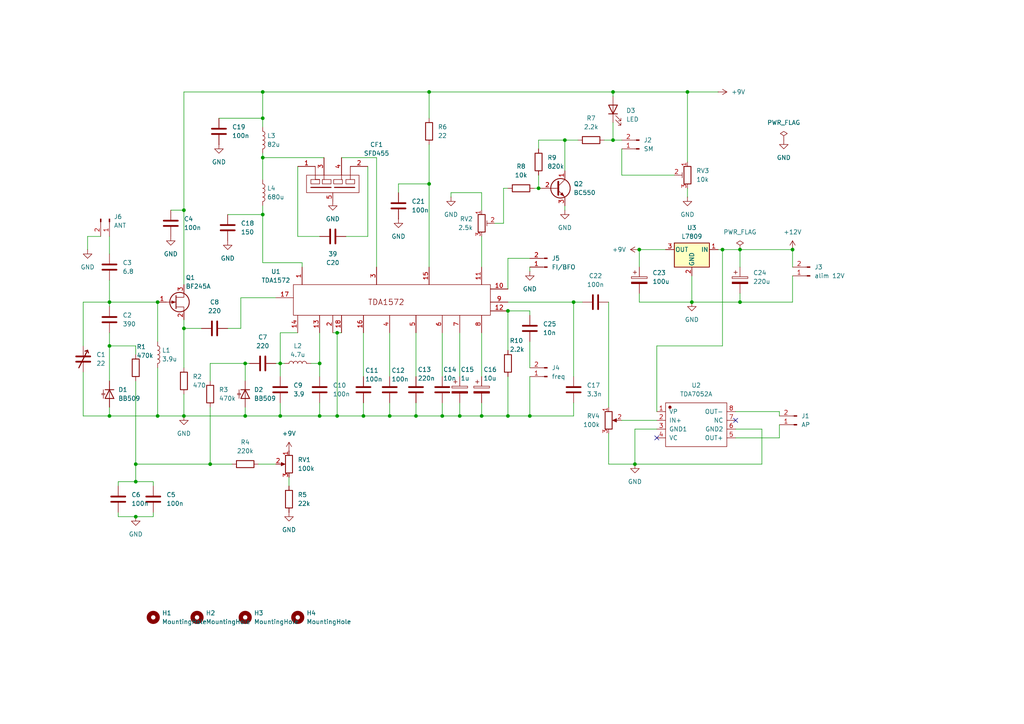
<source format=kicad_sch>
(kicad_sch (version 20231120) (generator "eeschema") (generator_version "8.0")
  (paper "A4")
  (lib_symbols
    (symbol "Connector:Conn_01x02_Pin" (pin_names (offset 1.016) hide)
      (property "Reference" "J" (at 0 2.54 0))
      (property "Value" "Conn_01x02_Pin" (at 0 -5.08 0))
      (symbol "Conn_01x02_Pin_1_1"
        (polyline (pts (xy 1.27 -2.54) (xy 0.8636 -2.54)) (stroke (width 0.1524)))
        (polyline (pts (xy 1.27 0) (xy 0.8636 0)) (stroke (width 0.1524)))
        (rectangle (start 0.8636 -2.413) (end 0 -2.667) (stroke (width 0.1524)) (fill (type outline)))
        (rectangle (start 0.8636 0.127) (end 0 -0.127) (stroke (width 0.1524)) (fill (type outline)))
        (pin passive line (at 5.08 0 180) (length 3.81) (name "Pin_1") (number "1"))
        (pin passive line (at 5.08 -2.54 180) (length 3.81) (name "Pin_2") (number "2"))
      )
    )
    (symbol "Device:C" (pin_numbers hide) (pin_names (offset 0.254))
      (property "Reference" "C" (at 0.635 2.54 0))
      (property "Value" "C" (at 0.635 -2.54 0))
      (symbol "C_0_1"
        (polyline (pts (xy -2.032 -0.762) (xy 2.032 -0.762)) (stroke (width 0.508)))
        (polyline (pts (xy -2.032 0.762) (xy 2.032 0.762)) (stroke (width 0.508)))
      )
      (symbol "C_1_1"
        (pin passive line (at 0 3.81 270) (length 2.794) (name "~") (number "1"))
        (pin passive line (at 0 -3.81 90) (length 2.794) (name "~") (number "2"))
      )
    )
    (symbol "Device:C_Polarized" (pin_numbers hide) (pin_names (offset 0.254))
      (property "Reference" "C" (at 0.635 2.54 0))
      (property "Value" "C_Polarized" (at 0.635 -2.54 0))
      (symbol "C_Polarized_0_1"
        (rectangle (start -2.286 0.508) (end 2.286 1.016))
        (polyline (pts (xy -1.778 2.286) (xy -0.762 2.286)))
        (polyline (pts (xy -1.27 2.794) (xy -1.27 1.778)))
        (rectangle (start 2.286 -0.508) (end -2.286 -1.016) (fill (type outline)))
      )
      (symbol "C_Polarized_1_1"
        (pin passive line (at 0 3.81 270) (length 2.794) (name "~") (number "1"))
        (pin passive line (at 0 -3.81 90) (length 2.794) (name "~") (number "2"))
      )
    )
    (symbol "Device:C_Variable" (pin_numbers hide) (pin_names (offset 0.254) hide)
      (property "Reference" "C" (at 0.635 -1.905 0))
      (property "Value" "C_Variable" (at 0.635 -3.81 0))
      (symbol "C_Variable_0_1"
        (polyline (pts (xy -2.032 -0.762) (xy 2.032 -0.762)) (stroke (width 0.508)))
        (polyline (pts (xy -2.032 0.762) (xy 2.032 0.762)) (stroke (width 0.508)))
        (polyline (pts (xy 1.27 2.54) (xy -1.27 -2.54)) (stroke (width 0.3048)))
        (polyline (pts (xy 1.27 2.54) (xy 0.508 2.286)) (stroke (width 0.3048)))
        (polyline (pts (xy 1.27 2.54) (xy 1.524 1.778)) (stroke (width 0.3048)))
      )
      (symbol "C_Variable_1_1"
        (pin passive line (at 0 3.81 270) (length 3.048) (name "~") (number "1"))
        (pin passive line (at 0 -3.81 90) (length 3.048) (name "~") (number "2"))
      )
    )
    (symbol "Device:D_Capacitance" (pin_numbers hide) (pin_names (offset 1.016) hide)
      (property "Reference" "D" (at 0 2.54 0))
      (property "Value" "D_Capacitance" (at 0 -3.302 0))
      (symbol "D_Capacitance_0_1"
        (polyline (pts (xy -1.27 -1.778) (xy -0.1524 -1.778)))
        (polyline (pts (xy -1.27 0) (xy 1.27 0)))
        (polyline (pts (xy -1.27 1.27) (xy -1.27 -1.27)) (stroke (width 0.254)))
        (polyline (pts (xy -0.1524 -1.27) (xy -0.1524 -2.286)))
        (polyline (pts (xy 0.1524 -1.778) (xy 1.27 -1.778)))
        (polyline (pts (xy 0.1524 -1.27) (xy 0.1524 -2.286)))
        (polyline (pts (xy 1.27 1.27) (xy 1.27 -1.27) (xy -1.27 0) (xy 1.27 1.27)) (stroke (width 0.254)))
      )
      (symbol "D_Capacitance_1_1"
        (pin passive line (at -3.81 0 0) (length 2.54) (name "K") (number "1"))
        (pin passive line (at 3.81 0 180) (length 2.54) (name "A") (number "2"))
      )
    )
    (symbol "Device:L" (pin_numbers hide) (pin_names (offset 1.016) hide)
      (property "Reference" "L" (at -1.27 0 90))
      (property "Value" "L" (at 1.905 0 90))
      (symbol "L_0_1"
        (arc (start 0 -2.54) (mid 0.6323 -1.905) (end 0 -1.27))
        (arc (start 0 -1.27) (mid 0.6323 -0.635) (end 0 0))
        (arc (start 0 0) (mid 0.6323 0.635) (end 0 1.27))
        (arc (start 0 1.27) (mid 0.6323 1.905) (end 0 2.54))
      )
      (symbol "L_1_1"
        (pin passive line (at 0 3.81 270) (length 1.27) (name "1") (number "1"))
        (pin passive line (at 0 -3.81 90) (length 1.27) (name "2") (number "2"))
      )
    )
    (symbol "Device:LED" (pin_numbers hide) (pin_names (offset 1.016) hide)
      (property "Reference" "D" (at 0 2.54 0))
      (property "Value" "LED" (at 0 -2.54 0))
      (symbol "LED_0_1"
        (polyline (pts (xy -1.27 -1.27) (xy -1.27 1.27)) (stroke (width 0.254)))
        (polyline (pts (xy -1.27 0) (xy 1.27 0)))
        (polyline (pts (xy 1.27 -1.27) (xy 1.27 1.27) (xy -1.27 0) (xy 1.27 -1.27)) (stroke (width 0.254)))
        (polyline (pts (xy -3.048 -0.762) (xy -4.572 -2.286) (xy -3.81 -2.286) (xy -4.572 -2.286) (xy -4.572 -1.524)))
        (polyline (pts (xy -1.778 -0.762) (xy -3.302 -2.286) (xy -2.54 -2.286) (xy -3.302 -2.286) (xy -3.302 -1.524)))
      )
      (symbol "LED_1_1"
        (pin passive line (at -3.81 0 0) (length 2.54) (name "K") (number "1"))
        (pin passive line (at 3.81 0 180) (length 2.54) (name "A") (number "2"))
      )
    )
    (symbol "Device:R" (pin_numbers hide) (pin_names (offset 0))
      (property "Reference" "R" (at 2.032 0 90))
      (property "Value" "R" (at 0 0 90))
      (symbol "R_0_1"
        (rectangle (start -1.016 -2.54) (end 1.016 2.54) (stroke (width 0.254)))
      )
      (symbol "R_1_1"
        (pin passive line (at 0 3.81 270) (length 1.27) (name "~") (number "1"))
        (pin passive line (at 0 -3.81 90) (length 1.27) (name "~") (number "2"))
      )
    )
    (symbol "Device:R_Potentiometer" (pin_names (offset 1.016) hide)
      (property "Reference" "RV" (at -4.445 0 90))
      (property "Value" "R_Potentiometer" (at -2.54 0 90))
      (symbol "R_Potentiometer_0_1"
        (polyline (pts (xy 2.54 0) (xy 1.524 0)))
        (polyline (pts (xy 1.143 0) (xy 2.286 0.508) (xy 2.286 -0.508) (xy 1.143 0)) (fill (type outline)))
        (rectangle (start 1.016 2.54) (end -1.016 -2.54) (stroke (width 0.254)))
      )
      (symbol "R_Potentiometer_1_1"
        (pin passive line (at 0 3.81 270) (length 1.27) (name "1") (number "1"))
        (pin passive line (at 3.81 0 180) (length 1.27) (name "2") (number "2"))
        (pin passive line (at 0 -3.81 90) (length 1.27) (name "3") (number "3"))
      )
    )
    (symbol "Device:R_Potentiometer_Trim" (pin_names (offset 1.016) hide)
      (property "Reference" "RV" (at -4.445 0 90))
      (property "Value" "R_Potentiometer_Trim" (at -2.54 0 90))
      (symbol "R_Potentiometer_Trim_0_1"
        (polyline (pts (xy 1.524 0.762) (xy 1.524 -0.762)))
        (polyline (pts (xy 2.54 0) (xy 1.524 0)))
        (rectangle (start 1.016 2.54) (end -1.016 -2.54) (stroke (width 0.254)))
      )
      (symbol "R_Potentiometer_Trim_1_1"
        (pin passive line (at 0 3.81 270) (length 1.27) (name "1") (number "1"))
        (pin passive line (at 3.81 0 180) (length 1.27) (name "2") (number "2"))
        (pin passive line (at 0 -3.81 90) (length 1.27) (name "3") (number "3"))
      )
    )
    (symbol "Mechanical:MountingHole" (pin_names (offset 1.016)) (exclude_from_sim yes) (in_bom no)
      (property "Reference" "H" (at 0 5.08 0))
      (property "Value" "MountingHole" (at 0 3.175 0))
      (symbol "MountingHole_0_1"
        (circle (center 0 0) (radius 1.27) (stroke (width 1.27)))
      )
    )
    (symbol "Regulator_Linear:L7809" (pin_names (offset 0.254))
      (property "Reference" "U" (at -3.81 3.175 0))
      (property "Value" "L7809" (at 0 3.175 0))
      (symbol "L7809_0_1"
        (rectangle (start -5.08 1.905) (end 5.08 -5.08) (stroke (width 0.254)) (fill (type background)))
      )
      (symbol "L7809_1_1"
        (pin power_in line (at -7.62 0 0) (length 2.54) (name "IN") (number "1"))
        (pin power_in line (at 0 -7.62 90) (length 2.54) (name "GND") (number "2"))
        (pin power_out line (at 7.62 0 180) (length 2.54) (name "OUT") (number "3"))
      )
    )
    (symbol "Transistor_BJT:BC550" (pin_names (offset 0) hide)
      (property "Reference" "Q" (at 5.08 1.905 0))
      (property "Value" "BC550" (at 5.08 0 0))
      (symbol "BC550_0_1"
        (polyline (pts (xy 0 0) (xy 0.635 0)))
        (polyline (pts (xy 0.635 0.635) (xy 2.54 2.54)))
        (polyline (pts (xy 0.635 -0.635) (xy 2.54 -2.54) (xy 2.54 -2.54)))
        (polyline (pts (xy 0.635 1.905) (xy 0.635 -1.905) (xy 0.635 -1.905)) (stroke (width 0.508)))
        (polyline (pts (xy 1.27 -1.778) (xy 1.778 -1.27) (xy 2.286 -2.286) (xy 1.27 -1.778) (xy 1.27 -1.778)) (fill (type outline)))
        (circle (center 1.27 0) (radius 2.8194) (stroke (width 0.254)))
      )
      (symbol "BC550_1_1"
        (pin passive line (at 2.54 5.08 270) (length 2.54) (name "C") (number "1"))
        (pin input line (at -5.08 0 0) (length 5.08) (name "B") (number "2"))
        (pin passive line (at 2.54 -5.08 90) (length 2.54) (name "E") (number "3"))
      )
    )
    (symbol "Transistor_FET:BF245A" (pin_names hide)
      (property "Reference" "Q" (at 5.08 1.905 0))
      (property "Value" "BF245A" (at 5.08 0 0))
      (symbol "BF245A_0_1"
        (polyline (pts (xy 0.254 0) (xy -2.54 0)))
        (polyline (pts (xy 0.254 1.905) (xy 0.254 -1.905)) (stroke (width 0.254)))
        (polyline (pts (xy 2.54 -2.54) (xy 2.54 -1.397) (xy 0.254 -1.397)))
        (polyline (pts (xy 2.54 2.54) (xy 2.54 1.397) (xy 0.254 1.397)))
        (polyline (pts (xy 0 0) (xy -1.016 0.381) (xy -1.016 -0.381) (xy 0 0)) (fill (type outline)))
        (circle (center 1.27 0) (radius 2.8194) (stroke (width 0.254)))
      )
      (symbol "BF245A_1_1"
        (pin input line (at -5.08 0 0) (length 2.54) (name "G") (number "1"))
        (pin passive line (at 2.54 -5.08 90) (length 2.54) (name "S") (number "2"))
        (pin passive line (at 2.54 5.08 270) (length 2.54) (name "D") (number "3"))
      )
    )
    (symbol "kicad_Filtri455_1:SFD455" (pin_names (offset 1.016) hide)
      (property "Reference" "CF" (at 0 15.494 0))
      (property "Value" "SFD455" (at 0 20.574 0))
      (symbol "SFD455_1_1"
        (rectangle (start -7.62 7.62) (end 7.62 2.54) (stroke (width 0.1524)))
        (rectangle (start -6.35 6.35) (end -3.81 5.08) (stroke (width 0.1524)))
        (rectangle (start -3.048 6.35) (end -0.508 5.08) (stroke (width 0.1524)))
        (polyline (pts (xy -6.35 4.064) (xy -0.508 4.064)) (stroke (width 0.3048)))
        (polyline (pts (xy -2.54 7.62) (xy -2.54 6.35)) (stroke (width 0.1524)))
        (polyline (pts (xy 0.508 4.064) (xy 6.35 4.064)) (stroke (width 0.3048)))
        (polyline (pts (xy 2.54 7.62) (xy 2.54 6.35)) (stroke (width 0.1524)))
        (polyline (pts (xy 5.08 10.16) (xy 5.08 6.35)) (stroke (width 0.1524)))
        (polyline (pts (xy -5.08 10.16) (xy -5.08 6.35) (xy -3.81 6.35)) (stroke (width 0.1524)))
        (rectangle (start 0.254 6.35) (end 2.794 5.08) (stroke (width 0.1524)))
        (rectangle (start 3.81 6.35) (end 6.35 5.08) (stroke (width 0.1524)))
        (pin input line (at -10.16 10.16 0) (length 5.08) (name "IN") (number "1"))
        (pin input line (at 10.16 10.16 180) (length 5.08) (name "OUT") (number "2"))
        (pin input line (at -2.54 12.7 270) (length 5.08) (name "Ca") (number "3"))
        (pin input line (at 2.54 12.7 270) (length 5.08) (name "Cb") (number "4"))
        (pin input line (at 0 0 90) (length 2.54) (name "COMUN") (number "5"))
      )
    )
    (symbol "kicad_TDA1572:TDA1572" (pin_names (offset 1.016) hide)
      (property "Reference" "U1" (at -35.56 7.5886 0))
      (property "Value" "TDA1572" (at -35.56 5.0486 0))
      (symbol "TDA1572_1_1"
        (rectangle (start -30.48 3.81) (end 26.67 -5.08) (stroke (width 0.1524)))
        (text "TDA1572" (at -8.89 -1.27 0) (effects (font (size 1.6256 1.6256)) (justify left)))
        (pin input line (at -27.94 8.89 270) (length 5.08) (name "1") (number "1"))
        (pin input line (at 31.75 2.54 180) (length 5.08) (name "10") (number "10"))
        (pin input line (at 24.13 8.89 270) (length 5.08) (name "11") (number "11"))
        (pin input line (at 31.75 -3.81 180) (length 5.08) (name "12") (number "12"))
        (pin input line (at -22.86 -10.16 90) (length 5.08) (name "13") (number "13"))
        (pin input line (at -29.21 -10.16 90) (length 5.08) (name "14") (number "14"))
        (pin input line (at 8.89 8.89 270) (length 5.08) (name "15") (number "15"))
        (pin input line (at -10.16 -10.16 90) (length 5.08) (name "16") (number "16"))
        (pin input line (at -35.56 0 0) (length 5.08) (name "17") (number "17"))
        (pin input line (at -16.51 -10.16 90) (length 5.08) (name "18") (number "18"))
        (pin input line (at -19.05 -10.16 90) (length 5.08) (name "2") (number "2"))
        (pin input line (at -6.35 8.89 270) (length 5.08) (name "3") (number "3"))
        (pin input line (at -2.54 -10.16 90) (length 5.08) (name "4") (number "4"))
        (pin input line (at 5.08 -10.16 90) (length 5.08) (name "5") (number "5"))
        (pin input line (at 12.7 -10.16 90) (length 5.08) (name "6") (number "6"))
        (pin input line (at 17.78 -10.16 90) (length 5.08) (name "7") (number "7"))
        (pin input line (at 24.13 -10.16 90) (length 5.08) (name "8") (number "8"))
        (pin input line (at 31.75 -1.27 180) (length 5.08) (name "9") (number "9"))
      )
    )
    (symbol "kicad_TDA1572:TDA7052A" (pin_names (offset 1.016))
      (property "Reference" "U" (at 0 8.89 0))
      (property "Value" "TDA7052A" (at 0 13.97 0))
      (symbol "TDA7052A_1_1"
        (rectangle (start -8.89 6.35) (end 8.89 -6.35) (stroke (width 0.1524)))
        (circle (center -7.62 5.08) (radius 0.381) (stroke (width 0.1524)) (fill (type outline)))
        (pin input line (at -11.43 3.81 0) (length 2.54) (name "VP") (number "1"))
        (pin input line (at -11.43 1.27 0) (length 2.54) (name "IN+") (number "2"))
        (pin input line (at -11.43 -1.27 0) (length 2.54) (name "GND1") (number "3"))
        (pin input line (at -11.43 -3.81 0) (length 2.54) (name "VC") (number "4"))
        (pin input line (at 11.43 -3.81 180) (length 2.54) (name "OUT+") (number "5"))
        (pin input line (at 11.43 -1.27 180) (length 2.54) (name "GND2") (number "6"))
        (pin input line (at 11.43 1.27 180) (length 2.54) (name "NC") (number "7"))
        (pin input line (at 11.43 3.81 180) (length 2.54) (name "OUT-") (number "8"))
      )
    )
    (symbol "power:+12V" (power) (pin_numbers hide) (pin_names (offset 0) hide)
      (property "Value" "+12V" (at 0 3.556 0))
      (symbol "+12V_0_1"
        (polyline (pts (xy -0.762 1.27) (xy 0 2.54)))
        (polyline (pts (xy 0 0) (xy 0 2.54)))
        (polyline (pts (xy 0 2.54) (xy 0.762 1.27)))
      )
      (symbol "+12V_1_1"
        (pin power_in line (at 0 0 90) (length 0) (name "~") (number "1"))
      )
    )
    (symbol "power:+9V" (power) (pin_numbers hide) (pin_names (offset 0) hide)
      (property "Value" "+9V" (at 0 3.556 0))
      (symbol "+9V_0_1"
        (polyline (pts (xy -0.762 1.27) (xy 0 2.54)))
        (polyline (pts (xy 0 0) (xy 0 2.54)))
        (polyline (pts (xy 0 2.54) (xy 0.762 1.27)))
      )
      (symbol "+9V_1_1"
        (pin power_in line (at 0 0 90) (length 0) (name "~") (number "1"))
      )
    )
    (symbol "power:GND" (power) (pin_numbers hide) (pin_names (offset 0) hide)
      (property "Value" "GND" (at 0 -3.81 0))
      (symbol "GND_0_1"
        (polyline (pts (xy 0 0) (xy 0 -1.27) (xy 1.27 -1.27) (xy 0 -2.54) (xy -1.27 -1.27) (xy 0 -1.27)))
      )
      (symbol "GND_1_1"
        (pin power_in line (at 0 0 270) (length 0) (name "~") (number "1"))
      )
    )
    (symbol "power:PWR_FLAG" (power) (pin_numbers hide) (pin_names (offset 0) hide)
      (property "Value" "PWR_FLAG" (at 0 3.81 0))
      (symbol "PWR_FLAG_0_0"
        (pin power_out line (at 0 0 90) (length 0) (name "~") (number "1"))
      )
      (symbol "PWR_FLAG_0_1"
        (polyline (pts (xy 0 0) (xy 0 1.27) (xy -1.016 1.905) (xy 0 2.54) (xy 1.016 1.905) (xy 0 1.27)))
      )
    )
  )
  (junction (at 97.79 120.65))
  (junction (at 53.34 60.96))
  (junction (at 45.72 87.63))
  (junction (at 214.63 87.63))
  (junction (at 185.42 72.39))
  (junction (at 147.32 120.65))
  (junction (at 92.71 120.65))
  (junction (at 153.67 120.65))
  (junction (at 200.66 87.63))
  (junction (at 92.71 105.41))
  (junction (at 31.75 87.63))
  (junction (at 53.34 95.25))
  (junction (at 31.75 120.65))
  (junction (at 71.12 120.65))
  (junction (at 147.32 90.17))
  (junction (at 124.46 53.34))
  (junction (at 71.12 105.41))
  (junction (at 39.37 139.7))
  (junction (at 166.37 87.63))
  (junction (at 128.27 120.65))
  (junction (at 53.34 120.65))
  (junction (at 124.46 26.67))
  (junction (at 76.2 34.29))
  (junction (at 76.2 26.67))
  (junction (at 177.8 40.64))
  (junction (at 139.7 120.65))
  (junction (at 81.28 105.41))
  (junction (at 120.65 120.65))
  (junction (at 60.96 134.62))
  (junction (at 45.72 120.65))
  (junction (at 199.39 26.67))
  (junction (at 209.55 72.39))
  (junction (at 39.37 149.86))
  (junction (at 97.79 96.52))
  (junction (at 81.28 120.65))
  (junction (at 229.87 72.39))
  (junction (at 76.2 45.72))
  (junction (at 39.37 134.62))
  (junction (at 163.83 40.64))
  (junction (at 214.63 72.39))
  (junction (at 105.41 120.65))
  (junction (at 156.21 54.61))
  (junction (at 184.15 134.62))
  (junction (at 113.03 120.65))
  (junction (at 133.35 120.65))
  (junction (at 31.75 100.33))
  (junction (at 177.8 26.67))
  (junction (at 76.2 62.23))
  (no_connect (at 190.5 127))
  (no_connect (at 213.36 121.92))
  (wire (pts (xy 76.2 76.2) (xy 76.2 62.23)))
  (wire (pts (xy 133.35 96.52) (xy 133.35 109.22)))
  (wire (pts (xy 92.71 120.65) (xy 81.28 120.65)))
  (wire (pts (xy 139.7 68.58) (xy 139.7 77.47)))
  (wire (pts (xy 71.12 118.11) (xy 71.12 120.65)))
  (wire (pts (xy 80.01 105.41) (xy 81.28 105.41)))
  (wire (pts (xy 128.27 116.84) (xy 128.27 120.65)))
  (wire (pts (xy 66.04 62.23) (xy 76.2 62.23)))
  (wire (pts (xy 31.75 100.33) (xy 31.75 110.49)))
  (wire (pts (xy 156.21 40.64) (xy 163.83 40.64)))
  (wire (pts (xy 113.03 96.52) (xy 113.03 109.22)))
  (wire (pts (xy 229.87 77.47) (xy 229.87 72.39)))
  (wire (pts (xy 24.13 87.63) (xy 31.75 87.63)))
  (wire (pts (xy 177.8 26.67) (xy 199.39 26.67)))
  (wire (pts (xy 34.29 139.7) (xy 34.29 140.97)))
  (wire (pts (xy 163.83 60.96) (xy 163.83 59.69)))
  (wire (pts (xy 190.5 119.38) (xy 190.5 100.33)))
  (wire (pts (xy 81.28 105.41) (xy 81.28 109.22)))
  (wire (pts (xy 76.2 26.67) (xy 76.2 34.29)))
  (wire (pts (xy 184.15 124.46) (xy 184.15 134.62)))
  (wire (pts (xy 166.37 116.84) (xy 166.37 120.65)))
  (wire (pts (xy 115.57 53.34) (xy 124.46 53.34)))
  (wire (pts (xy 209.55 72.39) (xy 214.63 72.39)))
  (wire (pts (xy 76.2 45.72) (xy 76.2 52.07)))
  (wire (pts (xy 124.46 34.29) (xy 124.46 26.67)))
  (wire (pts (xy 39.37 134.62) (xy 39.37 139.7)))
  (wire (pts (xy 115.57 55.88) (xy 115.57 53.34)))
  (wire (pts (xy 92.71 96.52) (xy 92.71 105.41)))
  (wire (pts (xy 185.42 87.63) (xy 200.66 87.63)))
  (wire (pts (xy 226.06 123.19) (xy 226.06 127)))
  (wire (pts (xy 124.46 26.67) (xy 177.8 26.67)))
  (wire (pts (xy 39.37 100.33) (xy 39.37 102.87)))
  (wire (pts (xy 71.12 105.41) (xy 71.12 110.49)))
  (wire (pts (xy 81.28 116.84) (xy 81.28 120.65)))
  (wire (pts (xy 76.2 45.72) (xy 76.2 44.45)))
  (wire (pts (xy 229.87 87.63) (xy 214.63 87.63)))
  (wire (pts (xy 71.12 120.65) (xy 53.34 120.65)))
  (wire (pts (xy 34.29 148.59) (xy 34.29 149.86)))
  (wire (pts (xy 53.34 82.55) (xy 53.34 60.96)))
  (wire (pts (xy 184.15 134.62) (xy 220.98 134.62)))
  (wire (pts (xy 25.4 72.39) (xy 25.4 68.58)))
  (wire (pts (xy 82.55 105.41) (xy 81.28 105.41)))
  (wire (pts (xy 31.75 100.33) (xy 39.37 100.33)))
  (wire (pts (xy 153.67 120.65) (xy 166.37 120.65)))
  (wire (pts (xy 92.71 120.65) (xy 97.79 120.65)))
  (wire (pts (xy 180.34 121.92) (xy 190.5 121.92)))
  (wire (pts (xy 53.34 114.3) (xy 53.34 120.65)))
  (wire (pts (xy 130.81 55.88) (xy 130.81 57.15)))
  (wire (pts (xy 180.34 43.18) (xy 180.34 50.8)))
  (wire (pts (xy 44.45 139.7) (xy 44.45 140.97)))
  (wire (pts (xy 184.15 134.62) (xy 176.53 134.62)))
  (wire (pts (xy 176.53 125.73) (xy 176.53 134.62)))
  (wire (pts (xy 34.29 149.86) (xy 39.37 149.86)))
  (wire (pts (xy 106.68 68.58) (xy 106.68 48.26)))
  (wire (pts (xy 76.2 26.67) (xy 124.46 26.67)))
  (wire (pts (xy 24.13 107.95) (xy 24.13 120.65)))
  (wire (pts (xy 153.67 78.74) (xy 153.67 77.47)))
  (wire (pts (xy 156.21 43.18) (xy 156.21 40.64)))
  (wire (pts (xy 45.72 120.65) (xy 31.75 120.65)))
  (wire (pts (xy 39.37 149.86) (xy 44.45 149.86)))
  (wire (pts (xy 124.46 41.91) (xy 124.46 53.34)))
  (wire (pts (xy 97.79 96.52) (xy 99.06 96.52)))
  (wire (pts (xy 31.75 81.28) (xy 31.75 87.63)))
  (wire (pts (xy 153.67 91.44) (xy 153.67 90.17)))
  (wire (pts (xy 124.46 53.34) (xy 124.46 77.47)))
  (wire (pts (xy 53.34 95.25) (xy 53.34 106.68)))
  (wire (pts (xy 45.72 87.63) (xy 31.75 87.63)))
  (wire (pts (xy 120.65 120.65) (xy 128.27 120.65)))
  (wire (pts (xy 208.28 72.39) (xy 209.55 72.39)))
  (wire (pts (xy 226.06 119.38) (xy 213.36 119.38)))
  (wire (pts (xy 226.06 127) (xy 213.36 127)))
  (wire (pts (xy 147.32 87.63) (xy 166.37 87.63)))
  (wire (pts (xy 109.22 45.72) (xy 109.22 77.47)))
  (wire (pts (xy 147.32 120.65) (xy 153.67 120.65)))
  (wire (pts (xy 24.13 100.33) (xy 24.13 87.63)))
  (wire (pts (xy 190.5 124.46) (xy 184.15 124.46)))
  (wire (pts (xy 180.34 40.64) (xy 177.8 40.64)))
  (wire (pts (xy 133.35 116.84) (xy 133.35 120.65)))
  (wire (pts (xy 190.5 100.33) (xy 209.55 100.33)))
  (wire (pts (xy 139.7 120.65) (xy 147.32 120.65)))
  (wire (pts (xy 76.2 45.72) (xy 93.98 45.72)))
  (wire (pts (xy 139.7 96.52) (xy 139.7 109.22)))
  (wire (pts (xy 120.65 96.52) (xy 120.65 109.22)))
  (wire (pts (xy 53.34 120.65) (xy 45.72 120.65)))
  (wire (pts (xy 92.71 109.22) (xy 92.71 105.41)))
  (wire (pts (xy 156.21 54.61) (xy 154.94 54.61)))
  (wire (pts (xy 39.37 134.62) (xy 60.96 134.62)))
  (wire (pts (xy 86.36 48.26) (xy 86.36 68.58)))
  (wire (pts (xy 156.21 50.8) (xy 156.21 54.61)))
  (wire (pts (xy 24.13 120.65) (xy 31.75 120.65)))
  (wire (pts (xy 177.8 35.56) (xy 177.8 40.64)))
  (wire (pts (xy 146.05 64.77) (xy 143.51 64.77)))
  (wire (pts (xy 53.34 60.96) (xy 53.34 26.67)))
  (wire (pts (xy 200.66 87.63) (xy 214.63 87.63)))
  (wire (pts (xy 147.32 90.17) (xy 147.32 101.6)))
  (wire (pts (xy 113.03 116.84) (xy 113.03 120.65)))
  (wire (pts (xy 97.79 96.52) (xy 97.79 120.65)))
  (wire (pts (xy 92.71 105.41) (xy 90.17 105.41)))
  (wire (pts (xy 163.83 40.64) (xy 167.64 40.64)))
  (wire (pts (xy 226.06 120.65) (xy 226.06 119.38)))
  (wire (pts (xy 31.75 87.63) (xy 31.75 88.9)))
  (wire (pts (xy 34.29 139.7) (xy 39.37 139.7)))
  (wire (pts (xy 153.67 109.22) (xy 153.67 120.65)))
  (wire (pts (xy 39.37 110.49) (xy 39.37 134.62)))
  (wire (pts (xy 96.52 96.52) (xy 97.79 96.52)))
  (wire (pts (xy 86.36 96.52) (xy 81.28 96.52)))
  (wire (pts (xy 63.5 34.29) (xy 76.2 34.29)))
  (wire (pts (xy 133.35 120.65) (xy 128.27 120.65)))
  (wire (pts (xy 177.8 40.64) (xy 175.26 40.64)))
  (wire (pts (xy 139.7 60.96) (xy 139.7 55.88)))
  (wire (pts (xy 31.75 68.58) (xy 31.75 73.66)))
  (wire (pts (xy 60.96 105.41) (xy 71.12 105.41)))
  (wire (pts (xy 180.34 50.8) (xy 195.58 50.8)))
  (wire (pts (xy 66.04 95.25) (xy 69.85 95.25)))
  (wire (pts (xy 100.33 68.58) (xy 106.68 68.58)))
  (wire (pts (xy 214.63 72.39) (xy 214.63 77.47)))
  (wire (pts (xy 128.27 96.52) (xy 128.27 109.22)))
  (wire (pts (xy 92.71 116.84) (xy 92.71 120.65)))
  (wire (pts (xy 60.96 118.11) (xy 60.96 134.62)))
  (wire (pts (xy 86.36 68.58) (xy 92.71 68.58)))
  (wire (pts (xy 60.96 110.49) (xy 60.96 105.41)))
  (wire (pts (xy 199.39 57.15) (xy 199.39 54.61)))
  (wire (pts (xy 200.66 80.01) (xy 200.66 87.63)))
  (wire (pts (xy 60.96 134.62) (xy 67.31 134.62)))
  (wire (pts (xy 166.37 87.63) (xy 166.37 109.22)))
  (wire (pts (xy 166.37 87.63) (xy 168.91 87.63)))
  (wire (pts (xy 163.83 40.64) (xy 163.83 49.53)))
  (wire (pts (xy 139.7 55.88) (xy 130.81 55.88)))
  (wire (pts (xy 31.75 96.52) (xy 31.75 100.33)))
  (wire (pts (xy 45.72 106.68) (xy 45.72 120.65)))
  (wire (pts (xy 193.04 72.39) (xy 185.42 72.39)))
  (wire (pts (xy 99.06 45.72) (xy 109.22 45.72)))
  (wire (pts (xy 81.28 120.65) (xy 71.12 120.65)))
  (wire (pts (xy 105.41 116.84) (xy 105.41 120.65)))
  (wire (pts (xy 147.32 109.22) (xy 147.32 120.65)))
  (wire (pts (xy 177.8 26.67) (xy 177.8 27.94)))
  (wire (pts (xy 87.63 77.47) (xy 87.63 76.2)))
  (wire (pts (xy 185.42 72.39) (xy 185.42 77.47)))
  (wire (pts (xy 113.03 120.65) (xy 120.65 120.65)))
  (wire (pts (xy 76.2 34.29) (xy 76.2 36.83)))
  (wire (pts (xy 185.42 85.09) (xy 185.42 87.63)))
  (wire (pts (xy 146.05 54.61) (xy 147.32 54.61)))
  (wire (pts (xy 53.34 26.67) (xy 76.2 26.67)))
  (wire (pts (xy 81.28 96.52) (xy 81.28 105.41)))
  (wire (pts (xy 53.34 92.71) (xy 53.34 95.25)))
  (wire (pts (xy 53.34 95.25) (xy 58.42 95.25)))
  (wire (pts (xy 87.63 76.2) (xy 76.2 76.2)))
  (wire (pts (xy 69.85 95.25) (xy 69.85 86.36)))
  (wire (pts (xy 133.35 120.65) (xy 139.7 120.65)))
  (wire (pts (xy 105.41 96.52) (xy 105.41 109.22)))
  (wire (pts (xy 213.36 124.46) (xy 220.98 124.46)))
  (wire (pts (xy 153.67 90.17) (xy 147.32 90.17)))
  (wire (pts (xy 31.75 120.65) (xy 31.75 118.11)))
  (wire (pts (xy 74.93 134.62) (xy 80.01 134.62)))
  (wire (pts (xy 146.05 54.61) (xy 146.05 64.77)))
  (wire (pts (xy 44.45 149.86) (xy 44.45 148.59)))
  (wire (pts (xy 49.53 60.96) (xy 53.34 60.96)))
  (wire (pts (xy 199.39 26.67) (xy 208.28 26.67)))
  (wire (pts (xy 83.82 138.43) (xy 83.82 140.97)))
  (wire (pts (xy 153.67 74.93) (xy 147.32 74.93)))
  (wire (pts (xy 72.39 105.41) (xy 71.12 105.41)))
  (wire (pts (xy 214.63 87.63) (xy 214.63 85.09)))
  (wire (pts (xy 229.87 72.39) (xy 214.63 72.39)))
  (wire (pts (xy 120.65 116.84) (xy 120.65 120.65)))
  (wire (pts (xy 176.53 118.11) (xy 176.53 87.63)))
  (wire (pts (xy 97.79 120.65) (xy 105.41 120.65)))
  (wire (pts (xy 69.85 86.36) (xy 80.01 86.36)))
  (wire (pts (xy 209.55 100.33) (xy 209.55 72.39)))
  (wire (pts (xy 25.4 68.58) (xy 29.21 68.58)))
  (wire (pts (xy 147.32 74.93) (xy 147.32 83.82)))
  (wire (pts (xy 45.72 87.63) (xy 45.72 99.06)))
  (wire (pts (xy 76.2 59.69) (xy 76.2 62.23)))
  (wire (pts (xy 139.7 116.84) (xy 139.7 120.65)))
  (wire (pts (xy 39.37 139.7) (xy 44.45 139.7)))
  (wire (pts (xy 220.98 124.46) (xy 220.98 134.62)))
  (wire (pts (xy 229.87 80.01) (xy 229.87 87.63)))
  (wire (pts (xy 153.67 99.06) (xy 153.67 106.68)))
  (wire (pts (xy 105.41 120.65) (xy 113.03 120.65)))
  (wire (pts (xy 199.39 26.67) (xy 199.39 46.99)))
  (symbol (lib_id "Transistor_BJT:BC550") (at 161.29 54.61 0) (unit 1)
    (property "Reference" "Q2" (at 166.37 53.3399 0) (effects (justify left)))
    (property "Value" "BC550" (at 166.37 55.8799 0) (effects (justify left)))
    (property "Footprint" "Package_TO_SOT_THT:TO-92_Inline_Wide" (effects (hide yes)))
    (property "Datasheet" "https://www.onsemi.com/pub/Collateral/BC550-D.pdf" (effects (hide yes)))
    (property "Description" "0.1A Ic, 45V Vce, Small Signal NPN Transistor, TO-92" (effects (hide yes)))
  )
  (symbol (lib_id "power:GND") (at 49.53 68.58 0) (unit 1)
    (property "Reference" "#PWR011" (effects (hide yes)))
    (property "Value" "GND" (at 49.53 73.66 0))
    (property "Description" "Power symbol creates a global label with name \"GND\" , ground" (effects (hide yes)))
  )
  (symbol (lib_id "Device:D_Capacitance") (at 71.12 114.3 270) (unit 1)
    (property "Reference" "D2" (at 73.66 113.0299 90) (effects (justify left)))
    (property "Value" "BB509" (at 73.66 115.5699 90) (effects (justify left)))
    (property "Footprint" "Diode_THT:D_A-405_P7.62mm_Horizontal" (effects (hide yes)))
    (property "Description" "Variable capacitance diode" (effects (hide yes)))
  )
  (symbol (lib_id "Device:C") (at 96.52 68.58 90) (mirror x) (unit 1)
    (property "Reference" "C20" (at 96.52 76.2 90))
    (property "Value" "39" (at 96.52 73.66 90))
    (property "Footprint" "Capacitor_THT:C_Rect_L9.0mm_W3.4mm_P7.50mm_MKT" (effects (hide yes)))
    (property "Description" "Unpolarized capacitor" (effects (hide yes)))
  )
  (symbol (lib_id "Device:C") (at 76.2 105.41 90) (unit 1)
    (property "Reference" "C7" (at 76.2 97.79 90))
    (property "Value" "220" (at 76.2 100.33 90))
    (property "Footprint" "Capacitor_THT:C_Rect_L9.0mm_W3.4mm_P7.50mm_MKT" (effects (hide yes)))
    (property "Description" "Unpolarized capacitor" (effects (hide yes)))
  )
  (symbol (lib_id "Device:C") (at 31.75 77.47 0) (unit 1)
    (property "Reference" "C3" (at 35.56 76.1999 0) (effects (justify left)))
    (property "Value" "6.8" (at 35.56 78.7399 0) (effects (justify left)))
    (property "Footprint" "Capacitor_THT:C_Rect_L9.0mm_W3.4mm_P7.50mm_MKT" (effects (hide yes)))
    (property "Description" "Unpolarized capacitor" (effects (hide yes)))
  )
  (symbol (lib_id "Device:C") (at 49.53 64.77 0) (unit 1)
    (property "Reference" "C4" (at 53.34 63.4999 0) (effects (justify left)))
    (property "Value" "100n" (at 53.34 66.0399 0) (effects (justify left)))
    (property "Footprint" "Capacitor_THT:C_Rect_L9.0mm_W3.4mm_P7.50mm_MKT" (effects (hide yes)))
    (property "Description" "Unpolarized capacitor" (effects (hide yes)))
  )
  (symbol (lib_id "Device:C") (at 66.04 66.04 0) (unit 1)
    (property "Reference" "C18" (at 69.85 64.7699 0) (effects (justify left)))
    (property "Value" "150" (at 69.85 67.3099 0) (effects (justify left)))
    (property "Footprint" "Capacitor_THT:C_Rect_L9.0mm_W3.4mm_P7.50mm_MKT" (effects (hide yes)))
    (property "Description" "Unpolarized capacitor" (effects (hide yes)))
  )
  (symbol (lib_id "Device:R_Potentiometer") (at 83.82 134.62 0) (mirror y) (unit 1)
    (property "Reference" "RV1" (at 86.36 133.3499 0) (effects (justify right)))
    (property "Value" "100k" (at 86.36 135.8899 0) (effects (justify right)))
    (property "Footprint" "Potentiometer_THT:Potentiometer_Piher_PT-15-H01_Horizontal" (effects (hide yes)))
    (property "Description" "Potentiometer" (effects (hide yes)))
  )
  (symbol (lib_id "power:GND") (at 153.67 78.74 0) (unit 1)
    (property "Reference" "#PWR02" (effects (hide yes)))
    (property "Value" "GND" (at 153.67 83.82 0))
    (property "Description" "Power symbol creates a global label with name \"GND\" , ground" (effects (hide yes)))
  )
  (symbol (lib_id "Device:C") (at 81.28 113.03 180) (unit 1)
    (property "Reference" "C9" (at 85.09 111.7599 0) (effects (justify right)))
    (property "Value" "3.9" (at 85.09 114.2999 0) (effects (justify right)))
    (property "Footprint" "Capacitor_THT:C_Rect_L9.0mm_W3.4mm_P7.50mm_MKT" (effects (hide yes)))
    (property "Description" "Unpolarized capacitor" (effects (hide yes)))
  )
  (symbol (lib_id "power:GND") (at 25.4 72.39 0) (unit 1)
    (property "Reference" "#PWR01" (effects (hide yes)))
    (property "Value" "GND" (at 25.4 77.47 0))
    (property "Description" "Power symbol creates a global label with name \"GND\" , ground" (effects (hide yes)))
  )
  (symbol (lib_id "power:GND") (at 66.04 69.85 0) (unit 1)
    (property "Reference" "#PWR012" (effects (hide yes)))
    (property "Value" "GND" (at 66.04 74.93 0))
    (property "Description" "Power symbol creates a global label with name \"GND\" , ground" (effects (hide yes)))
  )
  (symbol (lib_id "Mechanical:MountingHole") (at 44.45 179.07 0) (unit 1) (exclude_from_sim yes) (in_bom no)
    (property "Reference" "H1" (at 46.99 177.7999 0) (effects (justify left)))
    (property "Value" "MountingHole" (at 46.99 180.3399 0) (effects (justify left)))
    (property "Footprint" "MountingHole:MountingHole_2.5mm_Pad" (effects (hide yes)))
    (property "Description" "Mounting Hole without connection" (effects (hide yes)))
  )
  (symbol (lib_id "power:GND") (at 130.81 57.15 0) (unit 1)
    (property "Reference" "#PWR08" (effects (hide yes)))
    (property "Value" "GND" (at 130.81 62.23 0))
    (property "Description" "Power symbol creates a global label with name \"GND\" , ground" (effects (hide yes)))
  )
  (symbol (lib_id "Mechanical:MountingHole") (at 86.36 179.07 0) (unit 1) (exclude_from_sim yes) (in_bom no)
    (property "Reference" "H4" (at 88.9 177.7999 0) (effects (justify left)))
    (property "Value" "MountingHole" (at 88.9 180.3399 0) (effects (justify left)))
    (property "Footprint" "MountingHole:MountingHole_2.5mm_Pad" (effects (hide yes)))
    (property "Description" "Mounting Hole without connection" (effects (hide yes)))
  )
  (symbol (lib_id "power:+9V") (at 185.42 72.39 90) (unit 1)
    (property "Reference" "#PWR016" (effects (hide yes)))
    (property "Value" "+9V" (at 181.61 72.3899 90) (effects (justify left)))
    (property "Description" "Power symbol creates a global label with name \"+9V\"" (effects (hide yes)))
  )
  (symbol (lib_id "Device:C") (at 63.5 38.1 0) (unit 1)
    (property "Reference" "C19" (at 67.31 36.8299 0) (effects (justify left)))
    (property "Value" "100n" (at 67.31 39.3699 0) (effects (justify left)))
    (property "Footprint" "Capacitor_THT:C_Rect_L9.0mm_W3.4mm_P7.50mm_MKT" (effects (hide yes)))
    (property "Description" "Unpolarized capacitor" (effects (hide yes)))
  )
  (symbol (lib_id "Device:C_Polarized") (at 214.63 81.28 0) (unit 1)
    (property "Reference" "C24" (at 218.44 79.1209 0) (effects (justify left)))
    (property "Value" "220u" (at 218.44 81.6609 0) (effects (justify left)))
    (property "Footprint" "Capacitor_THT:CP_Radial_D8.0mm_P5.00mm" (effects (hide yes)))
    (property "Description" "Polarized capacitor" (effects (hide yes)))
  )
  (symbol (lib_id "Device:L") (at 76.2 55.88 0) (unit 1)
    (property "Reference" "L4" (at 77.47 54.6099 0) (effects (justify left)))
    (property "Value" "680u" (at 77.47 57.1499 0) (effects (justify left)))
    (property "Footprint" "Inductor_THT:L_Axial_L7.0mm_D3.3mm_P12.70mm_Horizontal_Fastron_MICC" (effects (hide yes)))
    (property "Description" "Inductor" (effects (hide yes)))
  )
  (symbol (lib_id "power:GND") (at 83.82 148.59 0) (unit 1)
    (property "Reference" "#PWR015" (effects (hide yes)))
    (property "Value" "GND" (at 83.82 153.67 0))
    (property "Description" "Power symbol creates a global label with name \"GND\" , ground" (effects (hide yes)))
  )
  (symbol (lib_id "power:+12V") (at 229.87 72.39 0) (unit 1)
    (property "Reference" "#PWR019" (effects (hide yes)))
    (property "Value" "+12V" (at 229.87 67.31 0))
    (property "Description" "Power symbol creates a global label with name \"+12V\"" (effects (hide yes)))
  )
  (symbol (lib_id "Connector:Conn_01x02_Pin") (at 231.14 123.19 180) (unit 1)
    (property "Reference" "J1" (at 232.41 120.6499 0) (effects (justify right)))
    (property "Value" "AP" (at 232.41 123.1899 0) (effects (justify right)))
    (property "Footprint" "Connector_PinHeader_2.54mm:PinHeader_1x02_P2.54mm_Vertical" (effects (hide yes)))
    (property "Description" "Generic connector, single row, 01x02, script generated" (effects (hide yes)))
  )
  (symbol (lib_id "Regulator_Linear:L7809") (at 200.66 72.39 0) (mirror y) (unit 1)
    (property "Reference" "U3" (at 200.66 66.04 0))
    (property "Value" "L7809" (at 200.66 68.58 0))
    (property "Footprint" "Package_TO_SOT_THT:TO-220-3_Vertical" (effects (hide yes)))
    (property "Datasheet" "http://www.st.com/content/ccc/resource/technical/document/datasheet/41/4f/b3/b0/12/d4/47/88/CD00000444.pdf/files/CD00000444.pdf/jcr:content/translations/en.CD00000444.pdf" (effects (hide yes)))
    (property "Description" "Positive 1.5A 35V Linear Regulator, Fixed Output 9V, TO-220/TO-263/TO-252" (effects (hide yes)))
  )
  (symbol (lib_id "power:GND") (at 184.15 134.62 0) (unit 1)
    (property "Reference" "#PWR07" (effects (hide yes)))
    (property "Value" "GND" (at 184.15 139.7 0))
    (property "Description" "Power symbol creates a global label with name \"GND\" , ground" (effects (hide yes)))
  )
  (symbol (lib_id "Device:C") (at 128.27 113.03 180) (unit 1)
    (property "Reference" "C14" (at 128.524 107.188 0) (effects (justify right)))
    (property "Value" "10n" (at 128.524 109.728 0) (effects (justify right)))
    (property "Footprint" "Capacitor_THT:C_Rect_L9.0mm_W3.4mm_P7.50mm_MKT" (effects (hide yes)))
    (property "Description" "Unpolarized capacitor" (effects (hide yes)))
  )
  (symbol (lib_id "power:PWR_FLAG") (at 214.63 72.39 0) (unit 1)
    (property "Reference" "#FLG01" (effects (hide yes)))
    (property "Value" "PWR_FLAG" (at 214.63 67.31 0))
    (property "Description" "Special symbol for telling ERC where power comes from" (effects (hide yes)))
  )
  (symbol (lib_id "Device:R_Potentiometer_Trim") (at 199.39 50.8 0) (mirror y) (unit 1)
    (property "Reference" "RV3" (at 201.93 49.5299 0) (effects (justify right)))
    (property "Value" "10k" (at 201.93 52.0699 0) (effects (justify right)))
    (property "Footprint" "Potentiometer_THT:Potentiometer_Piher_PT-10-V10_Vertical" (effects (hide yes)))
    (property "Description" "Trim-potentiometer" (effects (hide yes)))
  )
  (symbol (lib_id "power:GND") (at 199.39 57.15 0) (unit 1)
    (property "Reference" "#PWR06" (effects (hide yes)))
    (property "Value" "GND" (at 199.39 62.23 0))
    (property "Description" "Power symbol creates a global label with name \"GND\" , ground" (effects (hide yes)))
  )
  (symbol (lib_id "Device:C") (at 166.37 113.03 0) (unit 1)
    (property "Reference" "C17" (at 170.18 111.7599 0) (effects (justify left)))
    (property "Value" "3.3n" (at 170.18 114.2999 0) (effects (justify left)))
    (property "Footprint" "Capacitor_THT:C_Rect_L9.0mm_W3.4mm_P7.50mm_MKT" (effects (hide yes)))
    (property "Description" "Unpolarized capacitor" (effects (hide yes)))
  )
  (symbol (lib_id "power:GND") (at 96.52 58.42 0) (unit 1)
    (property "Reference" "#PWR03" (effects (hide yes)))
    (property "Value" "GND" (at 96.52 63.5 0))
    (property "Description" "Power symbol creates a global label with name \"GND\" , ground" (effects (hide yes)))
  )
  (symbol (lib_id "Device:R") (at 151.13 54.61 90) (unit 1)
    (property "Reference" "R8" (at 151.13 48.26 90))
    (property "Value" "10k" (at 151.13 50.8 90))
    (property "Footprint" "Resistor_THT:R_Axial_DIN0207_L6.3mm_D2.5mm_P10.16mm_Horizontal" (effects (hide yes)))
    (property "Description" "Resistor" (effects (hide yes)))
  )
  (symbol (lib_id "Device:R") (at 60.96 114.3 0) (unit 1)
    (property "Reference" "R3" (at 63.5 113.0299 0) (effects (justify left)))
    (property "Value" "470k" (at 63.5 115.5699 0) (effects (justify left)))
    (property "Footprint" "Resistor_THT:R_Axial_DIN0207_L6.3mm_D2.5mm_P10.16mm_Horizontal" (effects (hide yes)))
    (property "Description" "Resistor" (effects (hide yes)))
  )
  (symbol (lib_id "Device:R") (at 171.45 40.64 90) (unit 1)
    (property "Reference" "R7" (at 171.45 34.29 90))
    (property "Value" "2.2k" (at 171.45 36.83 90))
    (property "Footprint" "Resistor_THT:R_Axial_DIN0207_L6.3mm_D2.5mm_P10.16mm_Horizontal" (effects (hide yes)))
    (property "Description" "Resistor" (effects (hide yes)))
  )
  (symbol (lib_id "Connector:Conn_01x02_Pin") (at 158.75 109.22 180) (unit 1)
    (property "Reference" "J4" (at 160.02 106.6799 0) (effects (justify right)))
    (property "Value" "freq" (at 160.02 109.2199 0) (effects (justify right)))
    (property "Footprint" "Connector_PinHeader_2.54mm:PinHeader_1x02_P2.54mm_Vertical" (effects (hide yes)))
    (property "Description" "Generic connector, single row, 01x02, script generated" (effects (hide yes)))
  )
  (symbol (lib_id "kicad_TDA1572:TDA1572") (at 115.57 86.36 0) (unit 1)
    (property "Reference" "U1" (at 80.01 78.7714 0))
    (property "Value" "TDA1572" (at 80.01 81.3114 0))
    (property "Footprint" "Package_DIP:DIP-18_W7.62mm_Socket_LongPads" (effects (hide yes)))
    (property "uuid" "std:9fc87c955db547808f22ab612cbe2946" (effects (hide yes)))
  )
  (symbol (lib_id "Device:C") (at 92.71 113.03 180) (unit 1)
    (property "Reference" "C10" (at 96.52 111.7599 0) (effects (justify right)))
    (property "Value" "100n" (at 96.52 114.2999 0) (effects (justify right)))
    (property "Footprint" "Capacitor_THT:C_Rect_L9.0mm_W3.4mm_P7.50mm_MKT" (effects (hide yes)))
    (property "Description" "Unpolarized capacitor" (effects (hide yes)))
  )
  (symbol (lib_id "kicad_TDA1572:TDA7052A") (at 201.93 123.19 0) (unit 1)
    (property "Reference" "U2" (at 201.93 111.76 0))
    (property "Value" "TDA7052A" (at 201.93 114.3 0))
    (property "Footprint" "Package_DIP:DIP-8_W7.62mm_Socket_LongPads" (effects (hide yes)))
    (property "uuid" "std:380e2ee770874c6c977c0ed8cc3fa4dc" (effects (hide yes)))
  )
  (symbol (lib_id "Device:R") (at 39.37 106.68 0) (unit 1)
    (property "Reference" "R1" (at 39.624 100.584 0) (effects (justify left)))
    (property "Value" "470k" (at 39.624 103.124 0) (effects (justify left)))
    (property "Footprint" "Resistor_THT:R_Axial_DIN0207_L6.3mm_D2.5mm_P10.16mm_Horizontal" (effects (hide yes)))
    (property "Description" "Resistor" (effects (hide yes)))
  )
  (symbol (lib_id "Device:R") (at 124.46 38.1 0) (unit 1)
    (property "Reference" "R6" (at 127 36.8299 0) (effects (justify left)))
    (property "Value" "22" (at 127 39.3699 0) (effects (justify left)))
    (property "Footprint" "Resistor_THT:R_Axial_DIN0207_L6.3mm_D2.5mm_P10.16mm_Horizontal" (effects (hide yes)))
    (property "Description" "Resistor" (effects (hide yes)))
  )
  (symbol (lib_id "Device:C") (at 113.03 113.03 180) (unit 1)
    (property "Reference" "C12" (at 113.538 107.442 0) (effects (justify right)))
    (property "Value" "100n" (at 113.538 109.982 0) (effects (justify right)))
    (property "Footprint" "Capacitor_THT:C_Rect_L9.0mm_W3.4mm_P7.50mm_MKT" (effects (hide yes)))
    (property "Description" "Unpolarized capacitor" (effects (hide yes)))
  )
  (symbol (lib_id "Device:C") (at 105.41 113.03 180) (unit 1)
    (property "Reference" "C11" (at 105.918 107.442 0) (effects (justify right)))
    (property "Value" "100n" (at 105.918 109.982 0) (effects (justify right)))
    (property "Footprint" "Capacitor_THT:C_Rect_L9.0mm_W3.4mm_P7.50mm_MKT" (effects (hide yes)))
    (property "Description" "Unpolarized capacitor" (effects (hide yes)))
  )
  (symbol (lib_id "Device:R") (at 156.21 46.99 0) (unit 1)
    (property "Reference" "R9" (at 158.75 45.7199 0) (effects (justify left)))
    (property "Value" "820k" (at 158.75 48.2599 0) (effects (justify left)))
    (property "Footprint" "Resistor_THT:R_Axial_DIN0207_L6.3mm_D2.5mm_P10.16mm_Horizontal" (effects (hide yes)))
    (property "Description" "Resistor" (effects (hide yes)))
  )
  (symbol (lib_id "Device:C_Polarized") (at 139.7 113.03 0) (unit 1)
    (property "Reference" "C16" (at 140.208 107.188 0) (effects (justify left)))
    (property "Value" "10u" (at 140.208 109.728 0) (effects (justify left)))
    (property "Footprint" "Capacitor_THT:CP_Radial_D5.0mm_P2.50mm" (effects (hide yes)))
    (property "Description" "Polarized capacitor" (effects (hide yes)))
  )
  (symbol (lib_id "Mechanical:MountingHole") (at 71.12 179.07 0) (unit 1) (exclude_from_sim yes) (in_bom no)
    (property "Reference" "H3" (at 73.66 177.7999 0) (effects (justify left)))
    (property "Value" "MountingHole" (at 73.66 180.3399 0) (effects (justify left)))
    (property "Footprint" "MountingHole:MountingHole_2.5mm_Pad" (effects (hide yes)))
    (property "Description" "Mounting Hole without connection" (effects (hide yes)))
  )
  (symbol (lib_id "power:GND") (at 227.33 40.64 0) (unit 1)
    (property "Reference" "#PWR020" (effects (hide yes)))
    (property "Value" "GND" (at 227.33 45.72 0))
    (property "Description" "Power symbol creates a global label with name \"GND\" , ground" (effects (hide yes)))
  )
  (symbol (lib_id "power:PWR_FLAG") (at 227.33 40.64 0) (unit 1)
    (property "Reference" "#FLG02" (effects (hide yes)))
    (property "Value" "PWR_FLAG" (at 227.33 35.56 0))
    (property "Description" "Special symbol for telling ERC where power comes from" (effects (hide yes)))
  )
  (symbol (lib_id "Device:C") (at 172.72 87.63 90) (unit 1)
    (property "Reference" "C22" (at 172.72 80.01 90))
    (property "Value" "100n" (at 172.72 82.55 90))
    (property "Footprint" "Capacitor_THT:C_Rect_L9.0mm_W3.4mm_P7.50mm_MKT" (effects (hide yes)))
    (property "Description" "Unpolarized capacitor" (effects (hide yes)))
  )
  (symbol (lib_id "Device:LED") (at 177.8 31.75 90) (unit 1)
    (property "Reference" "D3" (at 181.61 32.0674 90) (effects (justify right)))
    (property "Value" "LED" (at 181.61 34.6074 90) (effects (justify right)))
    (property "Footprint" "LED_THT:LED_D5.0mm_Clear" (effects (hide yes)))
    (property "Description" "Light emitting diode" (effects (hide yes)))
  )
  (symbol (lib_id "power:GND") (at 200.66 87.63 0) (unit 1)
    (property "Reference" "#PWR04" (effects (hide yes)))
    (property "Value" "GND" (at 200.66 92.71 0))
    (property "Description" "Power symbol creates a global label with name \"GND\" , ground" (effects (hide yes)))
  )
  (symbol (lib_id "power:GND") (at 163.83 60.96 0) (unit 1)
    (property "Reference" "#PWR05" (effects (hide yes)))
    (property "Value" "GND" (at 163.83 66.04 0))
    (property "Description" "Power symbol creates a global label with name \"GND\" , ground" (effects (hide yes)))
  )
  (symbol (lib_id "Device:R_Potentiometer_Trim") (at 139.7 64.77 0) (unit 1)
    (property "Reference" "RV2" (at 137.16 63.4999 0) (effects (justify right)))
    (property "Value" "2.5k" (at 137.16 66.0399 0) (effects (justify right)))
    (property "Footprint" "Potentiometer_THT:Potentiometer_Piher_PT-10-V10_Vertical" (effects (hide yes)))
    (property "Description" "Trim-potentiometer" (effects (hide yes)))
  )
  (symbol (lib_id "Device:C_Polarized") (at 133.35 113.03 0) (unit 1)
    (property "Reference" "C15" (at 133.604 107.188 0) (effects (justify left)))
    (property "Value" "1u" (at 133.604 109.728 0) (effects (justify left)))
    (property "Footprint" "Capacitor_THT:CP_Radial_D5.0mm_P2.50mm" (effects (hide yes)))
    (property "Description" "Polarized capacitor" (effects (hide yes)))
  )
  (symbol (lib_id "Connector:Conn_01x02_Pin") (at 158.75 77.47 180) (unit 1)
    (property "Reference" "J5" (at 160.02 74.9299 0) (effects (justify right)))
    (property "Value" "FI/BFO" (at 160.02 77.4699 0) (effects (justify right)))
    (property "Footprint" "Connector_PinHeader_2.54mm:PinHeader_1x02_P2.54mm_Vertical" (effects (hide yes)))
    (property "Description" "Generic connector, single row, 01x02, script generated" (effects (hide yes)))
  )
  (symbol (lib_id "power:GND") (at 39.37 149.86 0) (unit 1)
    (property "Reference" "#PWR014" (effects (hide yes)))
    (property "Value" "GND" (at 39.37 154.94 0))
    (property "Description" "Power symbol creates a global label with name \"GND\" , ground" (effects (hide yes)))
  )
  (symbol (lib_id "Connector:Conn_01x02_Pin") (at 234.95 80.01 180) (unit 1)
    (property "Reference" "J3" (at 236.22 77.4699 0) (effects (justify right)))
    (property "Value" "alim 12V" (at 236.22 80.0099 0) (effects (justify right)))
    (property "Footprint" "Connector_PinHeader_2.54mm:PinHeader_1x02_P2.54mm_Vertical" (effects (hide yes)))
    (property "Description" "Generic connector, single row, 01x02, script generated" (effects (hide yes)))
  )
  (symbol (lib_id "Device:R") (at 71.12 134.62 90) (unit 1)
    (property "Reference" "R4" (at 71.12 128.27 90))
    (property "Value" "220k" (at 71.12 130.81 90))
    (property "Footprint" "Resistor_THT:R_Axial_DIN0207_L6.3mm_D2.5mm_P10.16mm_Horizontal" (effects (hide yes)))
    (property "Description" "Resistor" (effects (hide yes)))
  )
  (symbol (lib_id "power:GND") (at 115.57 63.5 0) (unit 1)
    (property "Reference" "#PWR09" (effects (hide yes)))
    (property "Value" "GND" (at 115.57 68.58 0))
    (property "Description" "Power symbol creates a global label with name \"GND\" , ground" (effects (hide yes)))
  )
  (symbol (lib_id "Device:L") (at 45.72 102.87 0) (unit 1)
    (property "Reference" "L1" (at 46.99 101.5999 0) (effects (justify left)))
    (property "Value" "3.9u" (at 46.99 104.1399 0) (effects (justify left)))
    (property "Footprint" "Inductor_THT:L_Axial_L7.0mm_D3.3mm_P12.70mm_Horizontal_Fastron_MICC" (effects (hide yes)))
    (property "Description" "Inductor" (effects (hide yes)))
  )
  (symbol (lib_id "power:GND") (at 63.5 41.91 0) (unit 1)
    (property "Reference" "#PWR013" (effects (hide yes)))
    (property "Value" "GND" (at 63.5 46.99 0))
    (property "Description" "Power symbol creates a global label with name \"GND\" , ground" (effects (hide yes)))
  )
  (symbol (lib_id "Connector:Conn_01x02_Pin") (at 185.42 43.18 180) (unit 1)
    (property "Reference" "J2" (at 186.69 40.6399 0) (effects (justify right)))
    (property "Value" "SM" (at 186.69 43.1799 0) (effects (justify right)))
    (property "Footprint" "Connector_PinHeader_2.54mm:PinHeader_1x02_P2.54mm_Vertical" (effects (hide yes)))
    (property "Description" "Generic connector, single row, 01x02, script generated" (effects (hide yes)))
  )
  (symbol (lib_id "Device:R") (at 53.34 110.49 0) (unit 1)
    (property "Reference" "R2" (at 55.88 109.2199 0) (effects (justify left)))
    (property "Value" "470" (at 55.88 111.7599 0) (effects (justify left)))
    (property "Footprint" "Resistor_THT:R_Axial_DIN0207_L6.3mm_D2.5mm_P10.16mm_Horizontal" (effects (hide yes)))
    (property "Description" "Resistor" (effects (hide yes)))
  )
  (symbol (lib_id "kicad_Filtri455_1:SFD455") (at 96.52 58.42 0) (unit 1)
    (property "Reference" "CF1" (at 109.22 41.9414 0))
    (property "Value" "SFD455" (at 109.22 44.4814 0))
    (property "Footprint" "kicad_SFD455:SFD455" (effects (hide yes)))
    (property "uuid" "std:875e55f797874ab188d14c821038c833" (effects (hide yes)))
  )
  (symbol (lib_id "Transistor_FET:BF245A") (at 50.8 87.63 0) (unit 1)
    (property "Reference" "Q1" (at 53.848 80.518 0) (effects (justify left)))
    (property "Value" "BF245A" (at 53.848 83.058 0) (effects (justify left)))
    (property "Footprint" "Package_TO_SOT_THT:TO-92_Inline_Wide" (effects (hide yes)))
    (property "Datasheet" "https://www.onsemi.com/pub/Collateral/BF245A-D.PDF" (effects (hide yes)))
    (property "Description" "50mA Id, 30V Vgs, N-Channel FET Transistor, TO-92" (effects (hide yes)))
  )
  (symbol (lib_id "power:+9V") (at 83.82 130.81 0) (unit 1)
    (property "Reference" "#PWR017" (effects (hide yes)))
    (property "Value" "+9V" (at 83.82 125.73 0))
    (property "Description" "Power symbol creates a global label with name \"+9V\"" (effects (hide yes)))
  )
  (symbol (lib_id "Device:R") (at 147.32 105.41 0) (unit 1)
    (property "Reference" "R10" (at 147.828 98.806 0) (effects (justify left)))
    (property "Value" "2.2k" (at 147.828 101.346 0) (effects (justify left)))
    (property "Footprint" "Resistor_THT:R_Axial_DIN0207_L6.3mm_D2.5mm_P10.16mm_Horizontal" (effects (hide yes)))
    (property "Description" "Resistor" (effects (hide yes)))
  )
  (symbol (lib_id "Device:R_Potentiometer") (at 176.53 121.92 0) (unit 1)
    (property "Reference" "RV4" (at 173.99 120.6499 0) (effects (justify right)))
    (property "Value" "100k" (at 173.99 123.1899 0) (effects (justify right)))
    (property "Footprint" "Potentiometer_THT:Potentiometer_Piher_PT-15-H01_Horizontal" (effects (hide yes)))
    (property "Description" "Potentiometer" (effects (hide yes)))
  )
  (symbol (lib_id "Device:C") (at 153.67 95.25 0) (unit 1)
    (property "Reference" "C25" (at 157.48 93.9799 0) (effects (justify left)))
    (property "Value" "10n" (at 157.48 96.5199 0) (effects (justify left)))
    (property "Footprint" "Capacitor_THT:C_Rect_L9.0mm_W3.4mm_P7.50mm_MKT" (effects (hide yes)))
    (property "Description" "Unpolarized capacitor" (effects (hide yes)))
  )
  (symbol (lib_id "Device:C") (at 34.29 144.78 0) (unit 1)
    (property "Reference" "C6" (at 38.1 143.5099 0) (effects (justify left)))
    (property "Value" "100n" (at 38.1 146.0499 0) (effects (justify left)))
    (property "Footprint" "Capacitor_THT:C_Rect_L9.0mm_W3.4mm_P7.50mm_MKT" (effects (hide yes)))
    (property "Description" "Unpolarized capacitor" (effects (hide yes)))
  )
  (symbol (lib_id "Device:C") (at 31.75 92.71 0) (unit 1)
    (property "Reference" "C2" (at 35.56 91.4399 0) (effects (justify left)))
    (property "Value" "390" (at 35.56 93.9799 0) (effects (justify left)))
    (property "Footprint" "Capacitor_THT:C_Rect_L9.0mm_W3.4mm_P7.50mm_MKT" (effects (hide yes)))
    (property "Description" "Unpolarized capacitor" (effects (hide yes)))
  )
  (symbol (lib_id "Device:C") (at 44.45 144.78 0) (unit 1)
    (property "Reference" "C5" (at 48.26 143.5099 0) (effects (justify left)))
    (property "Value" "100n" (at 48.26 146.0499 0) (effects (justify left)))
    (property "Footprint" "Capacitor_THT:C_Rect_L9.0mm_W3.4mm_P7.50mm_MKT" (effects (hide yes)))
    (property "Description" "Unpolarized capacitor" (effects (hide yes)))
  )
  (symbol (lib_id "Device:C") (at 62.23 95.25 90) (unit 1)
    (property "Reference" "C8" (at 62.23 87.63 90))
    (property "Value" "220" (at 62.23 90.17 90))
    (property "Footprint" "Capacitor_THT:C_Rect_L9.0mm_W3.4mm_P7.50mm_MKT" (effects (hide yes)))
    (property "Description" "Unpolarized capacitor" (effects (hide yes)))
  )
  (symbol (lib_id "Device:C") (at 120.65 113.03 180) (unit 1)
    (property "Reference" "C13" (at 121.158 107.188 0) (effects (justify right)))
    (property "Value" "220n" (at 121.158 109.728 0) (effects (justify right)))
    (property "Footprint" "Capacitor_THT:C_Rect_L9.0mm_W3.4mm_P7.50mm_MKT" (effects (hide yes)))
    (property "Description" "Unpolarized capacitor" (effects (hide yes)))
  )
  (symbol (lib_id "Device:L") (at 76.2 40.64 0) (unit 1)
    (property "Reference" "L3" (at 77.47 39.3699 0) (effects (justify left)))
    (property "Value" "82u" (at 77.47 41.9099 0) (effects (justify left)))
    (property "Footprint" "Inductor_THT:L_Axial_L7.0mm_D3.3mm_P12.70mm_Horizontal_Fastron_MICC" (effects (hide yes)))
    (property "Description" "Inductor" (effects (hide yes)))
  )
  (symbol (lib_id "Device:C_Variable") (at 24.13 104.14 0) (unit 1)
    (property "Reference" "C1" (at 27.94 102.8699 0) (effects (justify left)))
    (property "Value" "22" (at 27.94 105.4099 0) (effects (justify left)))
    (property "Footprint" "Potentiometer_THT:Potentiometer_Runtron_RM-065_Vertical" (effects (hide yes)))
    (property "Description" "Variable capacitor" (effects (hide yes)))
  )
  (symbol (lib_id "Connector:Conn_01x02_Pin") (at 31.75 63.5 270) (unit 1)
    (property "Reference" "J6" (at 33.02 62.8649 90) (effects (justify left)))
    (property "Value" "ANT" (at 33.02 65.4049 90) (effects (justify left)))
    (property "Footprint" "Connector_PinHeader_2.54mm:PinHeader_1x02_P2.54mm_Vertical" (effects (hide yes)))
    (property "Description" "Generic connector, single row, 01x02, script generated" (effects (hide yes)))
  )
  (symbol (lib_id "Device:C") (at 115.57 59.69 0) (unit 1)
    (property "Reference" "C21" (at 119.38 58.4199 0) (effects (justify left)))
    (property "Value" "100n" (at 119.38 60.9599 0) (effects (justify left)))
    (property "Footprint" "Capacitor_THT:C_Rect_L9.0mm_W3.4mm_P7.50mm_MKT" (effects (hide yes)))
    (property "Description" "Unpolarized capacitor" (effects (hide yes)))
  )
  (symbol (lib_id "power:+9V") (at 208.28 26.67 270) (unit 1)
    (property "Reference" "#PWR018" (effects (hide yes)))
    (property "Value" "+9V" (at 212.09 26.6699 90) (effects (justify left)))
    (property "Description" "Power symbol creates a global label with name \"+9V\"" (effects (hide yes)))
  )
  (symbol (lib_id "Device:C_Polarized") (at 185.42 81.28 0) (unit 1)
    (property "Reference" "C23" (at 189.23 79.1209 0) (effects (justify left)))
    (property "Value" "100u" (at 189.23 81.6609 0) (effects (justify left)))
    (property "Footprint" "Capacitor_THT:CP_Radial_D8.0mm_P5.00mm" (effects (hide yes)))
    (property "Description" "Polarized capacitor" (effects (hide yes)))
  )
  (symbol (lib_id "Device:L") (at 86.36 105.41 90) (unit 1)
    (property "Reference" "L2" (at 86.36 100.33 90))
    (property "Value" "4.7u" (at 86.36 102.87 90))
    (property "Footprint" "Inductor_THT:L_Axial_L7.0mm_D3.3mm_P12.70mm_Horizontal_Fastron_MICC" (effects (hide yes)))
    (property "Description" "Inductor" (effects (hide yes)))
  )
  (symbol (lib_id "power:GND") (at 53.34 120.65 0) (unit 1)
    (property "Reference" "#PWR010" (effects (hide yes)))
    (property "Value" "GND" (at 53.34 125.73 0))
    (property "Description" "Power symbol creates a global label with name \"GND\" , ground" (effects (hide yes)))
  )
  (symbol (lib_id "Mechanical:MountingHole") (at 57.15 179.07 0) (unit 1) (exclude_from_sim yes) (in_bom no)
    (property "Reference" "H2" (at 59.69 177.7999 0) (effects (justify left)))
    (property "Value" "MountingHole" (at 59.69 180.3399 0) (effects (justify left)))
    (property "Footprint" "MountingHole:MountingHole_2.5mm_Pad" (effects (hide yes)))
    (property "Description" "Mounting Hole without connection" (effects (hide yes)))
  )
  (symbol (lib_id "Device:R") (at 83.82 144.78 0) (unit 1)
    (property "Reference" "R5" (at 86.36 143.5099 0) (effects (justify left)))
    (property "Value" "22k" (at 86.36 146.0499 0) (effects (justify left)))
    (property "Footprint" "Resistor_THT:R_Axial_DIN0207_L6.3mm_D2.5mm_P10.16mm_Horizontal" (effects (hide yes)))
    (property "Description" "Resistor" (effects (hide yes)))
  )
  (symbol (lib_id "Device:D_Capacitance") (at 31.75 114.3 270) (unit 1)
    (property "Reference" "D1" (at 34.29 113.0299 90) (effects (justify left)))
    (property "Value" "BB509" (at 34.29 115.5699 90) (effects (justify left)))
    (property "Footprint" "Diode_THT:D_A-405_P7.62mm_Horizontal" (effects (hide yes)))
    (property "Description" "Variable capacitance diode" (effects (hide yes)))
  )
)
</source>
